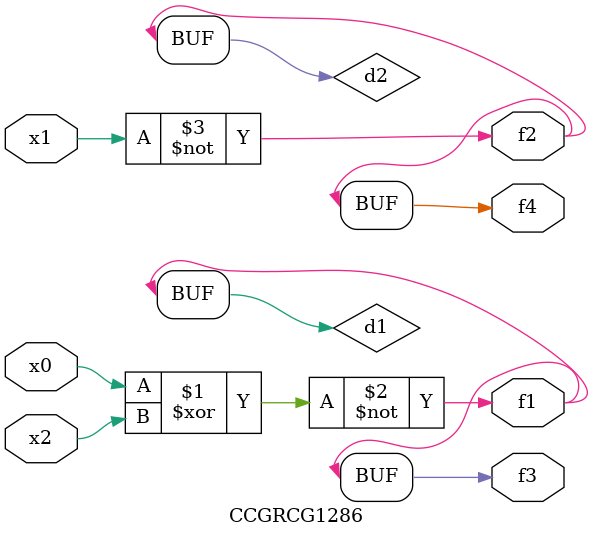
<source format=v>
module CCGRCG1286(
	input x0, x1, x2,
	output f1, f2, f3, f4
);

	wire d1, d2, d3;

	xnor (d1, x0, x2);
	nand (d2, x1);
	nor (d3, x1, x2);
	assign f1 = d1;
	assign f2 = d2;
	assign f3 = d1;
	assign f4 = d2;
endmodule

</source>
